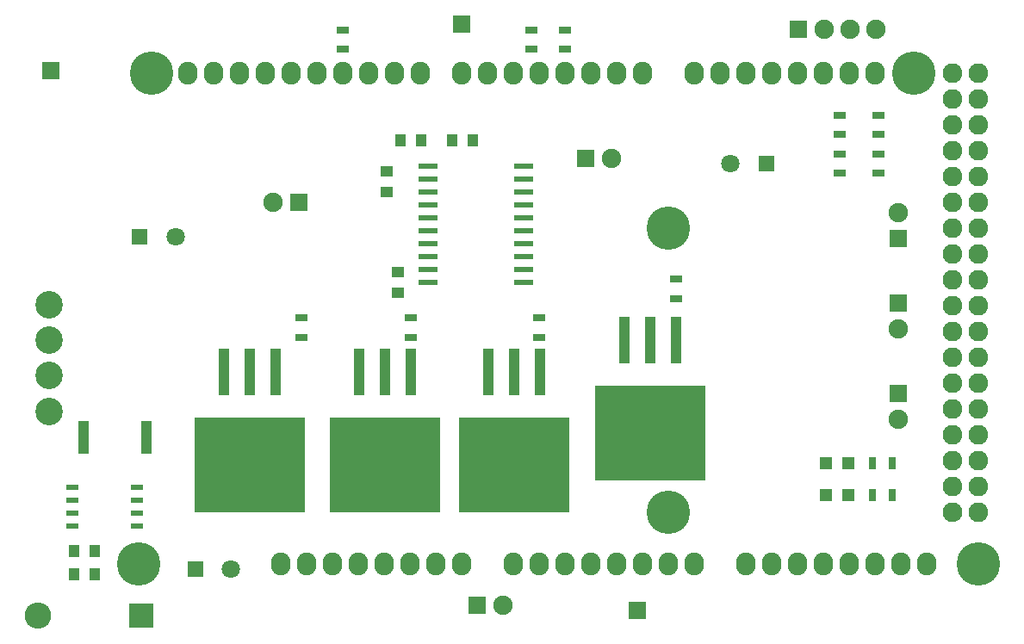
<source format=gbr>
G04 #@! TF.GenerationSoftware,KiCad,Pcbnew,(5.0.0-rc2-37-ga8db21319)*
G04 #@! TF.CreationDate,2018-06-29T03:36:38+01:00*
G04 #@! TF.ProjectId,tug,7475672E6B696361645F706362000000,rev?*
G04 #@! TF.SameCoordinates,Original*
G04 #@! TF.FileFunction,Soldermask,Top*
G04 #@! TF.FilePolarity,Negative*
%FSLAX46Y46*%
G04 Gerber Fmt 4.6, Leading zero omitted, Abs format (unit mm)*
G04 Created by KiCad (PCBNEW (5.0.0-rc2-37-ga8db21319)) date Fri Jun 29 03:36:38 2018*
%MOMM*%
%LPD*%
G01*
G04 APERTURE LIST*
%ADD10R,1.143000X0.508000*%
%ADD11C,1.930400*%
%ADD12O,1.930400X1.930400*%
%ADD13O,1.930400X2.235200*%
%ADD14C,4.267200*%
%ADD15R,1.250000X1.000000*%
%ADD16R,1.000000X1.250000*%
%ADD17C,1.803200*%
%ADD18R,1.600000X1.600000*%
%ADD19R,1.200000X1.200000*%
%ADD20R,2.400000X2.400000*%
%ADD21O,2.603200X2.603200*%
%ADD22R,1.700000X1.700000*%
%ADD23O,1.903200X1.903200*%
%ADD24C,2.703200*%
%ADD25R,10.800000X9.400000*%
%ADD26R,1.100000X4.600000*%
%ADD27R,1.300000X0.700000*%
%ADD28R,0.700000X1.300000*%
%ADD29R,1.950000X0.600000*%
%ADD30R,1.000000X3.200000*%
G04 APERTURE END LIST*
D10*
G04 #@! TO.C,U2*
X117221000Y-111633000D03*
X117221000Y-112903000D03*
X117221000Y-114173000D03*
X117221000Y-115443000D03*
X110871000Y-115443000D03*
X110871000Y-114173000D03*
X110871000Y-112903000D03*
X110871000Y-111633000D03*
G04 #@! TD*
D11*
G04 #@! TO.C,P1*
X197358000Y-114046000D03*
D12*
X199898000Y-114046000D03*
X197358000Y-111506000D03*
X199898000Y-111506000D03*
X197358000Y-108966000D03*
X199898000Y-108966000D03*
X197358000Y-106426000D03*
X199898000Y-106426000D03*
X197358000Y-103886000D03*
X199898000Y-103886000D03*
X197358000Y-101346000D03*
X199898000Y-101346000D03*
X197358000Y-98806000D03*
X199898000Y-98806000D03*
X197358000Y-96266000D03*
X199898000Y-96266000D03*
X197358000Y-93726000D03*
X199898000Y-93726000D03*
X197358000Y-91186000D03*
X199898000Y-91186000D03*
X197358000Y-88646000D03*
X199898000Y-88646000D03*
X197358000Y-86106000D03*
X199898000Y-86106000D03*
X197358000Y-83566000D03*
X199898000Y-83566000D03*
X197358000Y-81026000D03*
X199898000Y-81026000D03*
X197358000Y-78486000D03*
X199898000Y-78486000D03*
X197358000Y-75946000D03*
X199898000Y-75946000D03*
X197358000Y-73406000D03*
X199898000Y-73406000D03*
X197358000Y-70866000D03*
X199898000Y-70866000D03*
G04 #@! TD*
D13*
G04 #@! TO.C,P2*
X131318000Y-119126000D03*
X133858000Y-119126000D03*
X136398000Y-119126000D03*
X138938000Y-119126000D03*
X141478000Y-119126000D03*
X144018000Y-119126000D03*
X146558000Y-119126000D03*
X149098000Y-119126000D03*
G04 #@! TD*
G04 #@! TO.C,P3*
X154178000Y-119126000D03*
X156718000Y-119126000D03*
X159258000Y-119126000D03*
X161798000Y-119126000D03*
X164338000Y-119126000D03*
X166878000Y-119126000D03*
X169418000Y-119126000D03*
X171958000Y-119126000D03*
G04 #@! TD*
G04 #@! TO.C,P4*
X177038000Y-119126000D03*
X179578000Y-119126000D03*
X182118000Y-119126000D03*
X184658000Y-119126000D03*
X187198000Y-119126000D03*
X189738000Y-119126000D03*
X192278000Y-119126000D03*
X194818000Y-119126000D03*
G04 #@! TD*
G04 #@! TO.C,P5*
X122174000Y-70866000D03*
X124714000Y-70866000D03*
X127254000Y-70866000D03*
X129794000Y-70866000D03*
X132334000Y-70866000D03*
X134874000Y-70866000D03*
X137414000Y-70866000D03*
X139954000Y-70866000D03*
X142494000Y-70866000D03*
X145034000Y-70866000D03*
G04 #@! TD*
G04 #@! TO.C,P6*
X149098000Y-70866000D03*
X151638000Y-70866000D03*
X154178000Y-70866000D03*
X156718000Y-70866000D03*
X159258000Y-70866000D03*
X161798000Y-70866000D03*
X164338000Y-70866000D03*
X166878000Y-70866000D03*
G04 #@! TD*
G04 #@! TO.C,P7*
X171958000Y-70866000D03*
X174498000Y-70866000D03*
X177038000Y-70866000D03*
X179578000Y-70866000D03*
X182118000Y-70866000D03*
X184658000Y-70866000D03*
X187198000Y-70866000D03*
X189738000Y-70866000D03*
G04 #@! TD*
D14*
G04 #@! TO.C,P8*
X117348000Y-119126000D03*
G04 #@! TD*
G04 #@! TO.C,P9*
X169418000Y-114046000D03*
G04 #@! TD*
G04 #@! TO.C,P10*
X199898000Y-119126000D03*
G04 #@! TD*
G04 #@! TO.C,P11*
X118618000Y-70866000D03*
G04 #@! TD*
G04 #@! TO.C,P12*
X169418000Y-86106000D03*
G04 #@! TD*
G04 #@! TO.C,P13*
X193548000Y-70866000D03*
G04 #@! TD*
D15*
G04 #@! TO.C,C1*
X142875000Y-90440000D03*
X142875000Y-92440000D03*
G04 #@! TD*
G04 #@! TO.C,C2*
X141732000Y-82534000D03*
X141732000Y-80534000D03*
G04 #@! TD*
D16*
G04 #@! TO.C,C3*
X145145000Y-77470000D03*
X143145000Y-77470000D03*
G04 #@! TD*
G04 #@! TO.C,C4*
X148225000Y-77470000D03*
X150225000Y-77470000D03*
G04 #@! TD*
D17*
G04 #@! TO.C,C5*
X120975000Y-86995000D03*
D18*
X117475000Y-86995000D03*
G04 #@! TD*
G04 #@! TO.C,C6*
X122936000Y-119634000D03*
D17*
X126436000Y-119634000D03*
G04 #@! TD*
D16*
G04 #@! TO.C,C7*
X111014000Y-117856000D03*
X113014000Y-117856000D03*
G04 #@! TD*
G04 #@! TO.C,C8*
X113014000Y-120142000D03*
X111014000Y-120142000D03*
G04 #@! TD*
D19*
G04 #@! TO.C,D1*
X184955000Y-109220000D03*
X187155000Y-109220000D03*
G04 #@! TD*
G04 #@! TO.C,D2*
X187155000Y-112395000D03*
X184955000Y-112395000D03*
G04 #@! TD*
D20*
G04 #@! TO.C,D3*
X117602000Y-124206000D03*
D21*
X107442000Y-124206000D03*
G04 #@! TD*
D22*
G04 #@! TO.C,J1*
X182245000Y-66548000D03*
D23*
X184785000Y-66548000D03*
X187325000Y-66548000D03*
X189865000Y-66548000D03*
G04 #@! TD*
D24*
G04 #@! TO.C,J2*
X108585000Y-93640000D03*
X108585000Y-97140000D03*
X108585000Y-100640000D03*
X108585000Y-104140000D03*
G04 #@! TD*
D25*
G04 #@! TO.C,Q1*
X141605000Y-109420000D03*
D26*
X139065000Y-100270000D03*
X141605000Y-100270000D03*
X144145000Y-100270000D03*
G04 #@! TD*
G04 #@! TO.C,Q2*
X130810000Y-100270000D03*
X128270000Y-100270000D03*
X125730000Y-100270000D03*
D25*
X128270000Y-109420000D03*
G04 #@! TD*
G04 #@! TO.C,Q3*
X167640000Y-106245000D03*
D26*
X165100000Y-97095000D03*
X167640000Y-97095000D03*
X170180000Y-97095000D03*
G04 #@! TD*
G04 #@! TO.C,Q4*
X156845000Y-100270000D03*
X154305000Y-100270000D03*
X151765000Y-100270000D03*
D25*
X154305000Y-109420000D03*
G04 #@! TD*
D27*
G04 #@! TO.C,R1*
X186309000Y-78806000D03*
X186309000Y-80706000D03*
G04 #@! TD*
G04 #@! TO.C,R2*
X186309000Y-76896000D03*
X186309000Y-74996000D03*
G04 #@! TD*
G04 #@! TO.C,R3*
X190119000Y-80706000D03*
X190119000Y-78806000D03*
G04 #@! TD*
G04 #@! TO.C,R4*
X190119000Y-74996000D03*
X190119000Y-76896000D03*
G04 #@! TD*
D28*
G04 #@! TO.C,R5*
X189550000Y-109220000D03*
X191450000Y-109220000D03*
G04 #@! TD*
G04 #@! TO.C,R6*
X191450000Y-112395000D03*
X189550000Y-112395000D03*
G04 #@! TD*
D27*
G04 #@! TO.C,R7*
X144145000Y-96835000D03*
X144145000Y-94935000D03*
G04 #@! TD*
G04 #@! TO.C,R8*
X133350000Y-94935000D03*
X133350000Y-96835000D03*
G04 #@! TD*
G04 #@! TO.C,R9*
X170180000Y-93025000D03*
X170180000Y-91125000D03*
G04 #@! TD*
G04 #@! TO.C,R10*
X156718000Y-94935000D03*
X156718000Y-96835000D03*
G04 #@! TD*
D29*
G04 #@! TO.C,U1*
X145795000Y-80010000D03*
X145795000Y-81280000D03*
X145795000Y-82550000D03*
X145795000Y-83820000D03*
X145795000Y-85090000D03*
X145795000Y-86360000D03*
X145795000Y-87630000D03*
X145795000Y-88900000D03*
X145795000Y-90170000D03*
X145795000Y-91440000D03*
X155195000Y-91440000D03*
X155195000Y-90170000D03*
X155195000Y-88900000D03*
X155195000Y-87630000D03*
X155195000Y-86360000D03*
X155195000Y-85090000D03*
X155195000Y-83820000D03*
X155195000Y-82550000D03*
X155195000Y-81280000D03*
X155195000Y-80010000D03*
G04 #@! TD*
D27*
G04 #@! TO.C,R11*
X137414000Y-66614000D03*
X137414000Y-68514000D03*
G04 #@! TD*
G04 #@! TO.C,R12*
X159258000Y-68514000D03*
X159258000Y-66614000D03*
G04 #@! TD*
G04 #@! TO.C,R13*
X155956000Y-68514000D03*
X155956000Y-66614000D03*
G04 #@! TD*
D22*
G04 #@! TO.C,J6*
X192024000Y-87122000D03*
D23*
X192024000Y-84582000D03*
G04 #@! TD*
G04 #@! TO.C,J7*
X192024000Y-96012000D03*
D22*
X192024000Y-93472000D03*
G04 #@! TD*
G04 #@! TO.C,J8*
X192024000Y-102362000D03*
D23*
X192024000Y-104902000D03*
G04 #@! TD*
D18*
G04 #@! TO.C,C9*
X179070000Y-79756000D03*
D17*
X175570000Y-79756000D03*
G04 #@! TD*
D22*
G04 #@! TO.C,J9*
X166370000Y-123698000D03*
G04 #@! TD*
G04 #@! TO.C,J10*
X149148619Y-66031500D03*
G04 #@! TD*
D30*
G04 #@! TO.C,R14*
X118162000Y-106680000D03*
X111962000Y-106680000D03*
G04 #@! TD*
D22*
G04 #@! TO.C,J3*
X161290000Y-79248000D03*
D23*
X163830000Y-79248000D03*
G04 #@! TD*
G04 #@! TO.C,J4*
X130556000Y-83566000D03*
D22*
X133096000Y-83566000D03*
G04 #@! TD*
G04 #@! TO.C,J5*
X150622000Y-123190000D03*
D23*
X153162000Y-123190000D03*
G04 #@! TD*
D22*
G04 #@! TO.C,J11*
X108712000Y-70612000D03*
G04 #@! TD*
M02*

</source>
